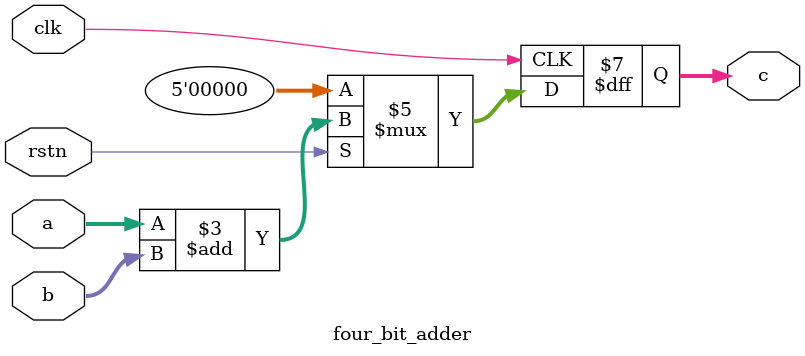
<source format=v>
module four_bit_adder (
	input clk,
	input rstn,
	input[3:0] a,
    input[3:0] b,
    output reg [4:0] c
);

always @ (posedge clk) begin
	if (!rstn) begin
		c[4:0] = 'b00000;
	end
	else begin
		c[4:0] = a[3:0] + b[3:0];
	end
end

endmodule

</source>
